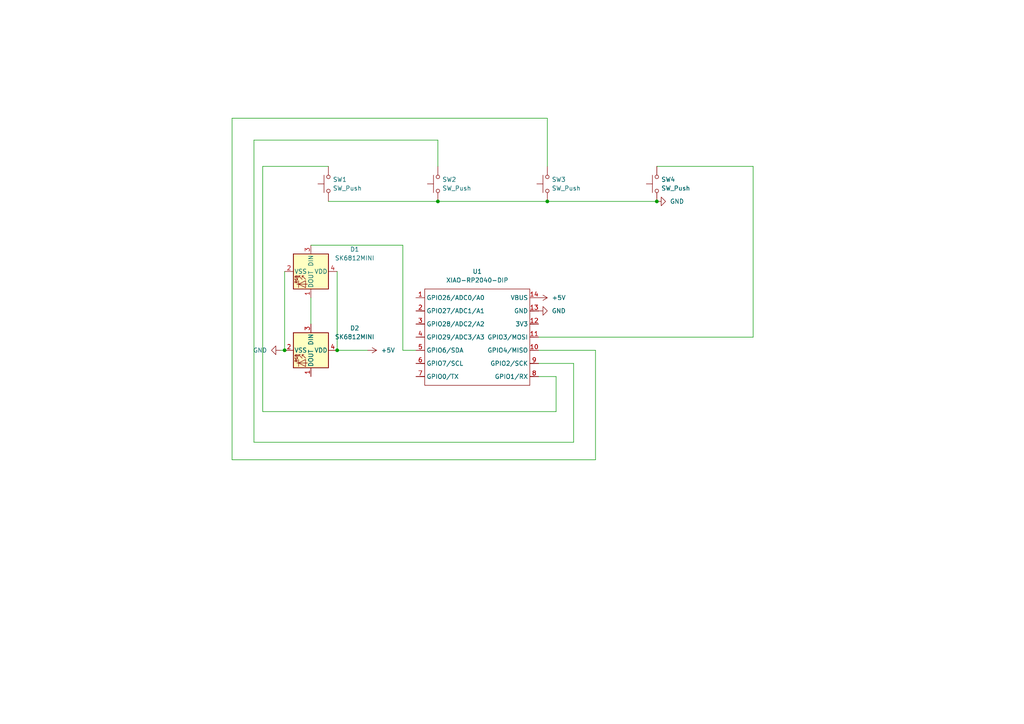
<source format=kicad_sch>
(kicad_sch (version 20250114) (generator "eeschema") (generator_version "9.0")
  (paper "A4")
  (lib_symbols
    (symbol "LED:SK6812MINI" (pin_names (offset 0.254))
      (property "Reference" "D" (at 5.08 5.715 0))
      (property "Value" "SK6812MINI" (at 1.27 -5.715 0))
      (symbol "SK6812MINI_0_0"
        (text "RGB" (at 2.286 -4.191 0) (effects (font (size 0.762 0.762))))
      )
      (symbol "SK6812MINI_0_1"
        (polyline (pts (xy 1.27 -2.54) (xy 1.778 -2.54)))
        (polyline (pts (xy 1.27 -3.556) (xy 1.778 -3.556)))
        (polyline (pts (xy 2.286 -1.524) (xy 1.27 -2.54) (xy 1.27 -2.032)))
        (polyline (pts (xy 2.286 -2.54) (xy 1.27 -3.556) (xy 1.27 -3.048)))
        (polyline (pts (xy 3.683 -1.016) (xy 3.683 -3.556) (xy 3.683 -4.064)))
        (polyline (pts (xy 4.699 -1.524) (xy 2.667 -1.524) (xy 3.683 -3.556) (xy 4.699 -1.524)))
        (polyline (pts (xy 4.699 -3.556) (xy 2.667 -3.556)))
        (rectangle (start 5.08 5.08) (end -5.08 -5.08) (stroke (width 0.254)) (fill (type background)))
      )
      (symbol "SK6812MINI_1_1"
        (pin input line (at -7.62 0 0) (length 2.54) (name "DIN") (number "3"))
        (pin power_in line (at 0 7.62 270) (length 2.54) (name "VDD") (number "4"))
        (pin power_in line (at 0 -7.62 90) (length 2.54) (name "VSS") (number "2"))
        (pin output line (at 7.62 0 180) (length 2.54) (name "DOUT") (number "1"))
      )
    )
    (symbol "OPL:XIAO-RP2040-DIP"
      (property "Reference" "U" (at 0 0 0))
      (property "Value" "XIAO-RP2040-DIP" (at 5.334 -1.778 0))
      (symbol "XIAO-RP2040-DIP_1_0"
        (polyline (pts (xy -1.27 -2.54) (xy 29.21 -2.54)) (stroke (width 0.1524)))
        (polyline (pts (xy -1.27 -5.08) (xy -2.54 -5.08)) (stroke (width 0.1524)))
        (polyline (pts (xy -1.27 -5.08) (xy -1.27 -2.54)) (stroke (width 0.1524)))
        (polyline (pts (xy -1.27 -8.89) (xy -2.54 -8.89)) (stroke (width 0.1524)))
        (polyline (pts (xy -1.27 -8.89) (xy -1.27 -5.08)) (stroke (width 0.1524)))
        (polyline (pts (xy -1.27 -12.7) (xy -2.54 -12.7)) (stroke (width 0.1524)))
        (polyline (pts (xy -1.27 -12.7) (xy -1.27 -8.89)) (stroke (width 0.1524)))
        (polyline (pts (xy -1.27 -16.51) (xy -2.54 -16.51)) (stroke (width 0.1524)))
        (polyline (pts (xy -1.27 -16.51) (xy -1.27 -12.7)) (stroke (width 0.1524)))
        (polyline (pts (xy -1.27 -20.32) (xy -2.54 -20.32)) (stroke (width 0.1524)))
        (polyline (pts (xy -1.27 -24.13) (xy -2.54 -24.13)) (stroke (width 0.1524)))
        (polyline (pts (xy -1.27 -27.94) (xy -2.54 -27.94)) (stroke (width 0.1524)))
        (polyline (pts (xy -1.27 -30.48) (xy -1.27 -16.51)) (stroke (width 0.1524)))
        (polyline (pts (xy 29.21 -2.54) (xy 29.21 -5.08)) (stroke (width 0.1524)))
        (polyline (pts (xy 29.21 -5.08) (xy 29.21 -8.89)) (stroke (width 0.1524)))
        (polyline (pts (xy 29.21 -8.89) (xy 29.21 -12.7)) (stroke (width 0.1524)))
        (polyline (pts (xy 29.21 -12.7) (xy 29.21 -30.48)) (stroke (width 0.1524)))
        (polyline (pts (xy 29.21 -30.48) (xy -1.27 -30.48)) (stroke (width 0.1524)))
        (polyline (pts (xy 30.48 -5.08) (xy 29.21 -5.08)) (stroke (width 0.1524)))
        (polyline (pts (xy 30.48 -8.89) (xy 29.21 -8.89)) (stroke (width 0.1524)))
        (polyline (pts (xy 30.48 -12.7) (xy 29.21 -12.7)) (stroke (width 0.1524)))
        (polyline (pts (xy 30.48 -16.51) (xy 29.21 -16.51)) (stroke (width 0.1524)))
        (polyline (pts (xy 30.48 -20.32) (xy 29.21 -20.32)) (stroke (width 0.1524)))
        (polyline (pts (xy 30.48 -24.13) (xy 29.21 -24.13)) (stroke (width 0.1524)))
        (polyline (pts (xy 30.48 -27.94) (xy 29.21 -27.94)) (stroke (width 0.1524)))
        (pin passive line (at -3.81 -5.08 0) (length 2.54) (name "GPIO26/ADC0/A0") (number "1"))
        (pin passive line (at -3.81 -8.89 0) (length 2.54) (name "GPIO27/ADC1/A1") (number "2"))
        (pin passive line (at -3.81 -12.7 0) (length 2.54) (name "GPIO28/ADC2/A2") (number "3"))
        (pin passive line (at -3.81 -16.51 0) (length 2.54) (name "GPIO29/ADC3/A3") (number "4"))
        (pin passive line (at -3.81 -20.32 0) (length 2.54) (name "GPIO6/SDA") (number "5"))
        (pin passive line (at -3.81 -24.13 0) (length 2.54) (name "GPIO7/SCL") (number "6"))
        (pin passive line (at -3.81 -27.94 0) (length 2.54) (name "GPIO0/TX") (number "7"))
        (pin passive line (at 31.75 -5.08 180) (length 2.54) (name "VBUS") (number "14"))
        (pin passive line (at 31.75 -8.89 180) (length 2.54) (name "GND") (number "13"))
        (pin passive line (at 31.75 -12.7 180) (length 2.54) (name "3V3") (number "12"))
        (pin passive line (at 31.75 -16.51 180) (length 2.54) (name "GPIO3/MOSI") (number "11"))
        (pin passive line (at 31.75 -20.32 180) (length 2.54) (name "GPIO4/MISO") (number "10"))
        (pin passive line (at 31.75 -24.13 180) (length 2.54) (name "GPIO2/SCK") (number "9"))
        (pin passive line (at 31.75 -27.94 180) (length 2.54) (name "GPIO1/RX") (number "8"))
      )
    )
    (symbol "Switch:SW_Push" (pin_numbers (hide yes)) (pin_names (offset 1.016) (hide yes))
      (property "Reference" "SW" (at 1.27 2.54 0))
      (property "Value" "SW_Push" (at 0 -1.524 0))
      (symbol "SW_Push_0_1"
        (circle (center -2.032 0) (radius 0.508))
        (polyline (pts (xy 0 1.27) (xy 0 3.048)))
        (circle (center 2.032 0) (radius 0.508))
        (polyline (pts (xy 2.54 1.27) (xy -2.54 1.27)))
        (pin passive line (at -5.08 0 0) (length 2.54) (name "1") (number "1"))
        (pin passive line (at 5.08 0 180) (length 2.54) (name "2") (number "2"))
      )
    )
    (symbol "power:+5V" (power) (pin_numbers (hide yes)) (pin_names (offset 0) (hide yes))
      (property "Value" "+5V" (at 0 3.556 0))
      (symbol "+5V_0_1"
        (polyline (pts (xy -0.762 1.27) (xy 0 2.54)))
        (polyline (pts (xy 0 2.54) (xy 0.762 1.27)))
        (polyline (pts (xy 0 0) (xy 0 2.54)))
      )
      (symbol "+5V_1_1"
        (pin power_in line (at 0 0 90) (length 0) (name "~") (number "1"))
      )
    )
    (symbol "power:GND" (power) (pin_numbers (hide yes)) (pin_names (offset 0) (hide yes))
      (property "Value" "GND" (at 0 -3.81 0))
      (symbol "GND_0_1"
        (polyline (pts (xy 0 0) (xy 0 -1.27) (xy 1.27 -1.27) (xy 0 -2.54) (xy -1.27 -1.27) (xy 0 -1.27)))
      )
      (symbol "GND_1_1"
        (pin power_in line (at 0 0 270) (length 0) (name "~") (number "1"))
      )
    )
  )
  (junction (at 97.79 101.6))
  (junction (at 190.5 58.42))
  (junction (at 127 58.42))
  (junction (at 82.55 101.6))
  (junction (at 158.75 58.42))
  (wire (pts (xy 166.37 105.41) (xy 156.21 105.41)))
  (wire (pts (xy 127 48.26) (xy 127 40.64)))
  (wire (pts (xy 156.21 97.79) (xy 218.44 97.79)))
  (wire (pts (xy 172.72 101.6) (xy 156.21 101.6)))
  (wire (pts (xy 82.55 78.74) (xy 82.55 101.6)))
  (wire (pts (xy 67.31 34.29) (xy 67.31 133.35)))
  (wire (pts (xy 127 40.64) (xy 73.66 40.64)))
  (wire (pts (xy 76.2 119.38) (xy 161.29 119.38)))
  (wire (pts (xy 172.72 133.35) (xy 172.72 101.6)))
  (wire (pts (xy 190.5 48.26) (xy 218.44 48.26)))
  (wire (pts (xy 90.17 86.36) (xy 90.17 93.98)))
  (wire (pts (xy 166.37 128.27) (xy 166.37 105.41)))
  (wire (pts (xy 161.29 119.38) (xy 161.29 109.22)))
  (wire (pts (xy 158.75 48.26) (xy 158.75 34.29)))
  (wire (pts (xy 158.75 58.42) (xy 190.5 58.42)))
  (wire (pts (xy 97.79 78.74) (xy 97.79 101.6)))
  (wire (pts (xy 73.66 40.64) (xy 73.66 128.27)))
  (wire (pts (xy 95.25 48.26) (xy 76.2 48.26)))
  (wire (pts (xy 116.84 71.12) (xy 116.84 101.6)))
  (wire (pts (xy 158.75 34.29) (xy 67.31 34.29)))
  (wire (pts (xy 81.28 101.6) (xy 82.55 101.6)))
  (wire (pts (xy 73.66 128.27) (xy 166.37 128.27)))
  (wire (pts (xy 76.2 48.26) (xy 76.2 119.38)))
  (wire (pts (xy 127 58.42) (xy 158.75 58.42)))
  (wire (pts (xy 67.31 133.35) (xy 172.72 133.35)))
  (wire (pts (xy 116.84 101.6) (xy 120.65 101.6)))
  (wire (pts (xy 90.17 71.12) (xy 116.84 71.12)))
  (wire (pts (xy 161.29 109.22) (xy 156.21 109.22)))
  (wire (pts (xy 97.79 101.6) (xy 106.68 101.6)))
  (wire (pts (xy 218.44 48.26) (xy 218.44 97.79)))
  (wire (pts (xy 95.25 58.42) (xy 127 58.42)))
  (symbol (lib_id "Switch:SW_Push") (at 95.25 53.34 90) (unit 1)
    (property "Reference" "SW1" (at 96.52 52.0699 90) (effects (justify right)))
    (property "Value" "SW_Push" (at 96.52 54.6099 90) (effects (justify right)))
    (property "Footprint" "Button_Switch_Keyboard:SW_Cherry_MX_1.00u_PCB" (effects (hide yes)))
    (property "Description" "Push button switch, generic, two pins" (effects (hide yes)))
  )
  (symbol (lib_id "power:+5V") (at 156.21 86.36 270) (unit 1)
    (property "Reference" "#PWR04" (effects (hide yes)))
    (property "Value" "+5V" (at 160.02 86.3599 90) (effects (justify left)))
    (property "Description" "Power symbol creates a global label with name \"+5V\"" (effects (hide yes)))
  )
  (symbol (lib_id "power:GND") (at 156.21 90.17 90) (unit 1)
    (property "Reference" "#PWR02" (effects (hide yes)))
    (property "Value" "GND" (at 160.02 90.1699 90) (effects (justify right)))
    (property "Description" "Power symbol creates a global label with name \"GND\" , ground" (effects (hide yes)))
  )
  (symbol (lib_id "power:+5V") (at 106.68 101.6 270) (unit 1)
    (property "Reference" "#PWR03" (effects (hide yes)))
    (property "Value" "+5V" (at 110.49 101.5999 90) (effects (justify left)))
    (property "Description" "Power symbol creates a global label with name \"+5V\"" (effects (hide yes)))
  )
  (symbol (lib_id "power:GND") (at 190.5 58.42 90) (unit 1)
    (property "Reference" "#PWR01" (effects (hide yes)))
    (property "Value" "GND" (at 194.31 58.4199 90) (effects (justify right)))
    (property "Description" "Power symbol creates a global label with name \"GND\" , ground" (effects (hide yes)))
  )
  (symbol (lib_id "LED:SK6812MINI") (at 90.17 78.74 270) (unit 1)
    (property "Reference" "D1" (at 102.87 72.3198 90))
    (property "Value" "SK6812MINI" (at 102.87 74.8598 90))
    (property "Footprint" "LED_SMD:LED_SK6812MINI_PLCC4_3.5x3.5mm_P1.75mm" (effects (hide yes)))
    (property "Datasheet" "https://cdn-shop.adafruit.com/product-files/2686/SK6812MINI_REV.01-1-2.pdf" (effects (hide yes)))
    (property "Description" "RGB LED with integrated controller" (effects (hide yes)))
  )
  (symbol (lib_id "power:GND") (at 81.28 101.6 270) (unit 1)
    (property "Reference" "#PWR05" (effects (hide yes)))
    (property "Value" "GND" (at 77.47 101.5999 90) (effects (justify right)))
    (property "Description" "Power symbol creates a global label with name \"GND\" , ground" (effects (hide yes)))
  )
  (symbol (lib_id "OPL:XIAO-RP2040-DIP") (at 124.46 81.28 0) (unit 1)
    (property "Reference" "U1" (at 138.43 78.74 0))
    (property "Value" "XIAO-RP2040-DIP" (at 138.43 81.28 0))
    (property "Footprint" "OPL:XIAO-RP2040-DIP" (effects (hide yes)))
  )
  (symbol (lib_id "Switch:SW_Push") (at 190.5 53.34 90) (unit 1)
    (property "Reference" "SW4" (at 191.77 52.0699 90) (effects (justify right)))
    (property "Value" "SW_Push" (at 191.77 54.6099 90) (effects (justify right)))
    (property "Footprint" "Button_Switch_Keyboard:SW_Cherry_MX_1.00u_PCB" (effects (hide yes)))
    (property "Description" "Push button switch, generic, two pins" (effects (hide yes)))
  )
  (symbol (lib_id "LED:SK6812MINI") (at 90.17 101.6 270) (unit 1)
    (property "Reference" "D2" (at 102.87 95.1798 90))
    (property "Value" "SK6812MINI" (at 102.87 97.7198 90))
    (property "Footprint" "LED_SMD:LED_SK6812MINI_PLCC4_3.5x3.5mm_P1.75mm" (effects (hide yes)))
    (property "Datasheet" "https://cdn-shop.adafruit.com/product-files/2686/SK6812MINI_REV.01-1-2.pdf" (effects (hide yes)))
    (property "Description" "RGB LED with integrated controller" (effects (hide yes)))
  )
  (symbol (lib_id "Switch:SW_Push") (at 158.75 53.34 90) (unit 1)
    (property "Reference" "SW3" (at 160.02 52.0699 90) (effects (justify right)))
    (property "Value" "SW_Push" (at 160.02 54.6099 90) (effects (justify right)))
    (property "Footprint" "Button_Switch_Keyboard:SW_Cherry_MX_1.00u_PCB" (effects (hide yes)))
    (property "Description" "Push button switch, generic, two pins" (effects (hide yes)))
  )
  (symbol (lib_id "Switch:SW_Push") (at 127 53.34 90) (unit 1)
    (property "Reference" "SW2" (at 128.27 52.0699 90) (effects (justify right)))
    (property "Value" "SW_Push" (at 128.27 54.6099 90) (effects (justify right)))
    (property "Footprint" "Button_Switch_Keyboard:SW_Cherry_MX_1.00u_PCB" (effects (hide yes)))
    (property "Description" "Push button switch, generic, two pins" (effects (hide yes)))
  )
)
</source>
